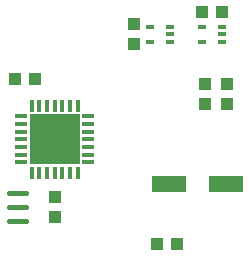
<source format=gbr>
G04 EAGLE Gerber X2 export*
%TF.Part,Single*%
%TF.FileFunction,Paste,Bot*%
%TF.FilePolarity,Positive*%
%TF.GenerationSoftware,Autodesk,EAGLE,9.1.1*%
%TF.CreationDate,2018-10-01T15:01:31Z*%
G75*
%MOMM*%
%FSLAX34Y34*%
%LPD*%
%AMOC8*
5,1,8,0,0,1.08239X$1,22.5*%
G01*
%ADD10R,0.370000X1.000000*%
%ADD11R,1.000000X0.370000*%
%ADD12R,4.250000X4.250000*%
%ADD13R,1.100000X1.000000*%
%ADD14R,1.000000X1.100000*%
%ADD15C,0.450000*%
%ADD16R,3.000000X1.400000*%
%ADD17R,0.700000X0.400000*%


D10*
X31300Y155500D03*
X37800Y155500D03*
X44300Y155500D03*
X50800Y155500D03*
X57300Y155500D03*
X63800Y155500D03*
X70300Y155500D03*
D11*
X79300Y146500D03*
X79300Y140000D03*
X79300Y133500D03*
X79300Y127000D03*
X79300Y120500D03*
X79300Y114000D03*
X79300Y107500D03*
D10*
X70300Y98500D03*
X63800Y98500D03*
X57300Y98500D03*
X50800Y98500D03*
X44300Y98500D03*
X37800Y98500D03*
X31300Y98500D03*
D11*
X22300Y107500D03*
X22300Y114000D03*
X22300Y120500D03*
X22300Y127000D03*
X22300Y133500D03*
X22300Y140000D03*
X22300Y146500D03*
D12*
X50800Y127000D03*
D13*
X33900Y177800D03*
X16900Y177800D03*
D14*
X50800Y78350D03*
X50800Y61350D03*
D15*
X26325Y81850D02*
X11775Y81850D01*
X11775Y69850D02*
X26325Y69850D01*
X26325Y57850D02*
X11775Y57850D01*
D14*
X196850Y156600D03*
X196850Y173600D03*
D16*
X195450Y88900D03*
X147450Y88900D03*
D13*
X177800Y156600D03*
X177800Y173600D03*
D14*
X154550Y38100D03*
X137550Y38100D03*
D17*
X192650Y222400D03*
X192650Y215900D03*
X192650Y209400D03*
X175650Y209400D03*
X175650Y222400D03*
X148200Y222400D03*
X148200Y215900D03*
X148200Y209400D03*
X131200Y209400D03*
X131200Y222400D03*
D13*
X175650Y234950D03*
X192650Y234950D03*
D14*
X118110Y224400D03*
X118110Y207400D03*
M02*

</source>
